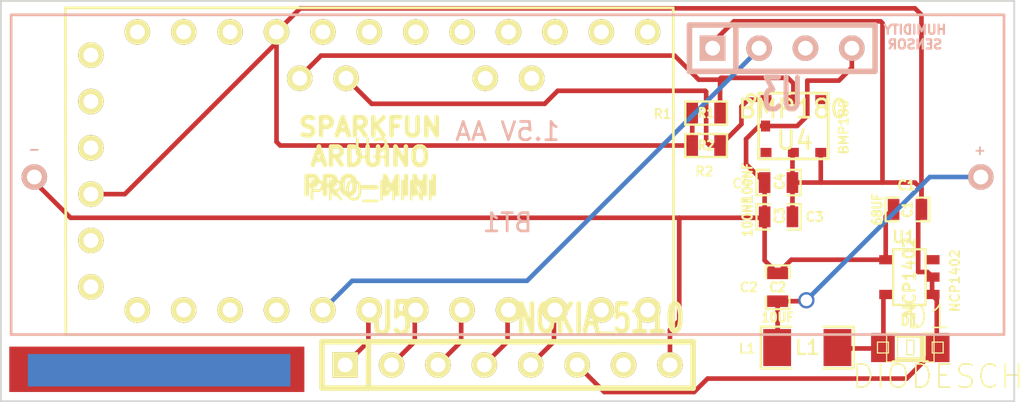
<source format=kicad_pcb>
(kicad_pcb (version 3) (host pcbnew "(2013-jul-07)-stable")

  (general
    (links 35)
    (no_connects 0)
    (area 191.669199 133.299999 248.957394 155.345601)
    (thickness 1.6)
    (drawings 24)
    (tracks 135)
    (zones 0)
    (modules 14)
    (nets 13)
  )

  (page A3)
  (layers
    (15 F.Cu signal)
    (0 B.Cu signal)
    (18 B.Paste user)
    (19 F.Paste user)
    (20 B.SilkS user)
    (21 F.SilkS user)
    (22 B.Mask user)
    (23 F.Mask user)
    (28 Edge.Cuts user)
  )

  (setup
    (last_trace_width 0.254)
    (trace_clearance 0.254)
    (zone_clearance 0.1)
    (zone_45_only no)
    (trace_min 0.254)
    (segment_width 0.2)
    (edge_width 0.1)
    (via_size 0.889)
    (via_drill 0.635)
    (via_min_size 0.889)
    (via_min_drill 0.508)
    (uvia_size 0.508)
    (uvia_drill 0.127)
    (uvias_allowed no)
    (uvia_min_size 0.508)
    (uvia_min_drill 0.127)
    (pcb_text_width 0.3)
    (pcb_text_size 1.5 1.5)
    (mod_edge_width 0.15)
    (mod_text_size 1 1)
    (mod_text_width 0.15)
    (pad_size 0.6 0.5)
    (pad_drill 0)
    (pad_to_mask_clearance 0)
    (aux_axis_origin 0 0)
    (visible_elements FFFE7FCF)
    (pcbplotparams
      (layerselection 284983297)
      (usegerberextensions true)
      (excludeedgelayer true)
      (linewidth 0.150000)
      (plotframeref false)
      (viasonmask false)
      (mode 1)
      (useauxorigin false)
      (hpglpennumber 1)
      (hpglpenspeed 20)
      (hpglpendiameter 15)
      (hpglpenoverlay 2)
      (psnegative false)
      (psa4output false)
      (plotreference false)
      (plotvalue false)
      (plotothertext false)
      (plotinvisibletext false)
      (padsonsilk false)
      (subtractmaskfromsilk false)
      (outputformat 1)
      (mirror false)
      (drillshape 0)
      (scaleselection 1)
      (outputdirectory "/home/rick/Documents/pro mini weather v1.0/gerber/"))
  )

  (net 0 "")
  (net 1 GND)
  (net 2 N-000001)
  (net 3 N-0000011)
  (net 4 N-0000016)
  (net 5 N-0000017)
  (net 6 N-0000018)
  (net 7 N-0000019)
  (net 8 N-0000020)
  (net 9 N-0000021)
  (net 10 N-0000022)
  (net 11 N-000003)
  (net 12 N-0000033)

  (net_class Default "This is the default net class."
    (clearance 0.254)
    (trace_width 0.254)
    (via_dia 0.889)
    (via_drill 0.635)
    (uvia_dia 0.508)
    (uvia_drill 0.127)
    (add_net "")
    (add_net GND)
    (add_net N-000001)
    (add_net N-0000011)
    (add_net N-0000016)
    (add_net N-0000017)
    (add_net N-0000018)
    (add_net N-0000019)
    (add_net N-0000020)
    (add_net N-0000021)
    (add_net N-0000022)
    (add_net N-000003)
    (add_net N-0000033)
  )

  (module Pro_Mini (layer F.Cu) (tedit 539B17EA) (tstamp 53964852)
    (at 211.9884 142.6972)
    (path /5393601D)
    (fp_text reference U2 (at 0 -1.2446) (layer F.SilkS)
      (effects (font (size 1 1) (thickness 0.15)))
    )
    (fp_text value PRO_MINI (at 0 1.0668) (layer F.SilkS)
      (effects (font (size 1 1) (thickness 0.15)))
    )
    (fp_line (start -16.7386 -8.9662) (end -16.7132 8.9408) (layer F.SilkS) (width 0.15))
    (fp_line (start 16.5608 8.9408) (end 16.5354 -8.9662) (layer F.SilkS) (width 0.15))
    (fp_line (start -16.7132 8.9408) (end 16.5608 8.9408) (layer F.SilkS) (width 0.15))
    (fp_line (start -16.7386 -8.9662) (end 16.5354 -8.9662) (layer F.SilkS) (width 0.15))
    (pad 9 thru_hole circle (at 15.1384 7.5946) (size 1.397 1.397) (drill 0.8128)
      (layers *.Cu *.Mask F.SilkS)
    )
    (pad 8 thru_hole circle (at 12.5984 7.5946) (size 1.397 1.397) (drill 0.8128)
      (layers *.Cu *.Mask F.SilkS)
    )
    (pad 7 thru_hole circle (at 10.0584 7.5946) (size 1.397 1.397) (drill 0.8128)
      (layers *.Cu *.Mask F.SilkS)
      (net 10 N-0000022)
    )
    (pad 6 thru_hole circle (at 7.5184 7.5946) (size 1.397 1.397) (drill 0.8128)
      (layers *.Cu *.Mask F.SilkS)
      (net 9 N-0000021)
    )
    (pad 5 thru_hole circle (at 4.9784 7.5946) (size 1.397 1.397) (drill 0.8128)
      (layers *.Cu *.Mask F.SilkS)
      (net 8 N-0000020)
    )
    (pad 4 thru_hole circle (at 2.4384 7.5946) (size 1.397 1.397) (drill 0.8128)
      (layers *.Cu *.Mask F.SilkS)
      (net 7 N-0000019)
    )
    (pad 3 thru_hole circle (at -0.1016 7.5946) (size 1.397 1.397) (drill 0.8128)
      (layers *.Cu *.Mask F.SilkS)
      (net 6 N-0000018)
    )
    (pad 2 thru_hole circle (at -2.6416 7.5946) (size 1.397 1.397) (drill 0.8128)
      (layers *.Cu *.Mask F.SilkS)
      (net 11 N-000003)
    )
    (pad GND thru_hole circle (at -5.1816 7.5946) (size 1.397 1.397) (drill 0.8128)
      (layers *.Cu *.Mask F.SilkS)
    )
    (pad RST thru_hole circle (at -7.7216 7.5946) (size 1.397 1.397) (drill 0.8128)
      (layers *.Cu *.Mask F.SilkS)
    )
    (pad RX1 thru_hole circle (at -10.2616 7.5946) (size 1.397 1.397) (drill 0.8128)
      (layers *.Cu *.Mask F.SilkS)
    )
    (pad TX0 thru_hole circle (at -12.8016 7.5946) (size 1.397 1.397) (drill 0.8128)
      (layers *.Cu *.Mask F.SilkS)
    )
    (pad 10 thru_hole circle (at 15.1384 -7.6454) (size 1.397 1.397) (drill 0.8128)
      (layers *.Cu *.Mask F.SilkS)
    )
    (pad 11 thru_hole circle (at 12.5984 -7.6454) (size 1.397 1.397) (drill 0.8128)
      (layers *.Cu *.Mask F.SilkS)
    )
    (pad 12 thru_hole circle (at 10.0584 -7.6454) (size 1.397 1.397) (drill 0.8128)
      (layers *.Cu *.Mask F.SilkS)
    )
    (pad 13 thru_hole circle (at 7.5184 -7.6454) (size 1.397 1.397) (drill 0.8128)
      (layers *.Cu *.Mask F.SilkS)
    )
    (pad A0 thru_hole circle (at 4.9784 -7.6454) (size 1.397 1.397) (drill 0.8128)
      (layers *.Cu *.Mask F.SilkS)
    )
    (pad A1 thru_hole circle (at 2.4384 -7.6454) (size 1.397 1.397) (drill 0.8128)
      (layers *.Cu *.Mask F.SilkS)
    )
    (pad A2 thru_hole circle (at -0.1016 -7.6454) (size 1.397 1.397) (drill 0.8128)
      (layers *.Cu *.Mask F.SilkS)
    )
    (pad A3 thru_hole circle (at -2.6416 -7.6454) (size 1.397 1.397) (drill 0.8128)
      (layers *.Cu *.Mask F.SilkS)
    )
    (pad VCC thru_hole circle (at -5.1816 -7.6454) (size 1.397 1.397) (drill 0.8128)
      (layers *.Cu *.Mask F.SilkS)
      (net 12 N-0000033)
    )
    (pad RST thru_hole circle (at -7.7216 -7.6454) (size 1.397 1.397) (drill 0.8128)
      (layers *.Cu *.Mask F.SilkS)
    )
    (pad GND thru_hole circle (at -10.2616 -7.6454) (size 1.397 1.397) (drill 0.8128)
      (layers *.Cu *.Mask F.SilkS)
    )
    (pad RAW thru_hole circle (at -12.8016 -7.6454) (size 1.397 1.397) (drill 0.8128)
      (layers *.Cu *.Mask F.SilkS)
    )
    (pad GRN thru_hole circle (at -15.3416 -6.3754) (size 1.397 1.397) (drill 0.8128)
      (layers *.Cu *.Mask F.SilkS)
    )
    (pad TX0 thru_hole circle (at -15.3416 -3.8354) (size 1.397 1.397) (drill 0.8128)
      (layers *.Cu *.Mask F.SilkS)
    )
    (pad RX1 thru_hole circle (at -15.3416 -1.2954) (size 1.397 1.397) (drill 0.8128)
      (layers *.Cu *.Mask F.SilkS)
    )
    (pad VCC thru_hole circle (at -15.3416 1.2446) (size 1.397 1.397) (drill 0.8128)
      (layers *.Cu *.Mask F.SilkS)
      (net 12 N-0000033)
    )
    (pad GND thru_hole circle (at -15.3416 3.7846) (size 1.397 1.397) (drill 0.8128)
      (layers *.Cu *.Mask F.SilkS)
    )
    (pad BLK thru_hole circle (at -15.3416 6.3246) (size 1.397 1.397) (drill 0.8128)
      (layers *.Cu *.Mask F.SilkS)
    )
    (pad A5 thru_hole circle (at -3.9116 -5.1054) (size 1.397 1.397) (drill 0.8128)
      (layers *.Cu *.Mask F.SilkS)
      (net 2 N-000001)
    )
    (pad A4 thru_hole circle (at -1.3716 -5.1054) (size 1.397 1.397) (drill 0.8128)
      (layers *.Cu *.Mask F.SilkS)
      (net 3 N-0000011)
    )
    (pad A7 thru_hole circle (at 6.2484 -5.1054) (size 1.397 1.397) (drill 0.8128)
      (layers *.Cu *.Mask F.SilkS)
    )
    (pad A6 thru_hole circle (at 8.7884 -5.1054) (size 1.397 1.397) (drill 0.8128)
      (layers *.Cu *.Mask F.SilkS)
    )
  )

  (module 1.5V_AA (layer B.Cu) (tedit 539B1643) (tstamp 539AFD2B)
    (at 219.456 143.002)
    (path /53937EC6)
    (fp_text reference BT1 (at 0 2.5) (layer B.SilkS)
      (effects (font (size 1 1) (thickness 0.15)) (justify mirror))
    )
    (fp_text value "1.5V AA" (at 0 -2.5) (layer B.SilkS)
      (effects (font (size 1 1) (thickness 0.15)) (justify mirror))
    )
    (fp_line (start 27.178 -8.89) (end -27.178 -8.89) (layer B.SilkS) (width 0.15))
    (fp_line (start -27.178 -8.89) (end -27.178 8.636) (layer B.SilkS) (width 0.15))
    (fp_line (start -27.178 8.636) (end 27.178 8.636) (layer B.SilkS) (width 0.15))
    (fp_line (start 27.178 8.636) (end 27.178 -8.89) (layer B.SilkS) (width 0.15))
    (pad 1 thru_hole circle (at 25.908 0) (size 1.397 1.397) (drill 0.8128)
      (layers *.Cu *.Mask B.SilkS)
      (net 4 N-0000016)
    )
    (pad 2 thru_hole circle (at -25.908 0) (size 1.397 1.397) (drill 0.8128)
      (layers *.Cu *.Mask B.SilkS)
      (net 1 GND)
    )
  )

  (module SOT23-5 (layer F.Cu) (tedit 4ECF78EF) (tstamp 539647B8)
    (at 241.4524 148.4884 90)
    (path /5393718A)
    (attr smd)
    (fp_text reference U1 (at 2.19964 -0.29972 180) (layer F.SilkS)
      (effects (font (size 0.635 0.635) (thickness 0.127)))
    )
    (fp_text value NCP1402 (at 0 0 90) (layer F.SilkS)
      (effects (font (size 0.635 0.635) (thickness 0.127)))
    )
    (fp_line (start 1.524 -0.889) (end 1.524 0.889) (layer F.SilkS) (width 0.127))
    (fp_line (start 1.524 0.889) (end -1.524 0.889) (layer F.SilkS) (width 0.127))
    (fp_line (start -1.524 0.889) (end -1.524 -0.889) (layer F.SilkS) (width 0.127))
    (fp_line (start -1.524 -0.889) (end 1.524 -0.889) (layer F.SilkS) (width 0.127))
    (pad 1 smd rect (at -0.9525 1.27 90) (size 0.508 0.762)
      (layers F.Cu F.Paste F.Mask)
      (net 12 N-0000033)
    )
    (pad 3 smd rect (at 0.9525 1.27 90) (size 0.508 0.762)
      (layers F.Cu F.Paste F.Mask)
    )
    (pad 5 smd rect (at -0.9525 -1.27 90) (size 0.508 0.762)
      (layers F.Cu F.Paste F.Mask)
      (net 5 N-0000017)
    )
    (pad 2 smd rect (at 0 1.27 90) (size 0.508 0.762)
      (layers F.Cu F.Paste F.Mask)
      (net 12 N-0000033)
    )
    (pad 4 smd rect (at 0.9525 -1.27 90) (size 0.508 0.762)
      (layers F.Cu F.Paste F.Mask)
      (net 1 GND)
    )
    (model smd/SOT23_5.wrl
      (at (xyz 0 0 0))
      (scale (xyz 0.1 0.1 0.1))
      (rotate (xyz 0 0 0))
    )
  )

  (module SM1206 (layer F.Cu) (tedit 42806E24) (tstamp 539647C4)
    (at 235.8644 152.3492)
    (path /539374E4)
    (attr smd)
    (fp_text reference L1 (at 0 0) (layer F.SilkS)
      (effects (font (size 0.762 0.762) (thickness 0.127)))
    )
    (fp_text value 47UH (at 0 0) (layer F.SilkS) hide
      (effects (font (size 0.762 0.762) (thickness 0.127)))
    )
    (fp_line (start -2.54 -1.143) (end -2.54 1.143) (layer F.SilkS) (width 0.127))
    (fp_line (start -2.54 1.143) (end -0.889 1.143) (layer F.SilkS) (width 0.127))
    (fp_line (start 0.889 -1.143) (end 2.54 -1.143) (layer F.SilkS) (width 0.127))
    (fp_line (start 2.54 -1.143) (end 2.54 1.143) (layer F.SilkS) (width 0.127))
    (fp_line (start 2.54 1.143) (end 0.889 1.143) (layer F.SilkS) (width 0.127))
    (fp_line (start -0.889 -1.143) (end -2.54 -1.143) (layer F.SilkS) (width 0.127))
    (pad 1 smd rect (at -1.651 0) (size 1.524 2.032)
      (layers F.Cu F.Paste F.Mask)
      (net 4 N-0000016)
    )
    (pad 2 smd rect (at 1.651 0) (size 1.524 2.032)
      (layers F.Cu F.Paste F.Mask)
      (net 5 N-0000017)
    )
    (model smd/chip_cms.wrl
      (at (xyz 0 0 0))
      (scale (xyz 0.17 0.16 0.16))
      (rotate (xyz 0 0 0))
    )
  )

  (module SM0603_Resistor (layer F.Cu) (tedit 5051B21B) (tstamp 539647D0)
    (at 234.2896 145.1864)
    (path /539378C0)
    (attr smd)
    (fp_text reference C3 (at 0.0635 -0.0635 90) (layer F.SilkS)
      (effects (font (size 0.50038 0.4572) (thickness 0.1143)))
    )
    (fp_text value 100NF (at -1.69926 0 90) (layer F.SilkS)
      (effects (font (size 0.508 0.4572) (thickness 0.1143)))
    )
    (fp_line (start -0.50038 -0.6985) (end -1.2065 -0.6985) (layer F.SilkS) (width 0.127))
    (fp_line (start -1.2065 -0.6985) (end -1.2065 0.6985) (layer F.SilkS) (width 0.127))
    (fp_line (start -1.2065 0.6985) (end -0.50038 0.6985) (layer F.SilkS) (width 0.127))
    (fp_line (start 1.2065 -0.6985) (end 0.50038 -0.6985) (layer F.SilkS) (width 0.127))
    (fp_line (start 1.2065 -0.6985) (end 1.2065 0.6985) (layer F.SilkS) (width 0.127))
    (fp_line (start 1.2065 0.6985) (end 0.50038 0.6985) (layer F.SilkS) (width 0.127))
    (pad 1 smd rect (at -0.762 0) (size 0.635 1.143)
      (layers F.Cu F.Paste F.Mask)
      (net 1 GND)
    )
    (pad 2 smd rect (at 0.762 0) (size 0.635 1.143)
      (layers F.Cu F.Paste F.Mask)
      (net 12 N-0000033)
    )
    (model smd\resistors\R0603.wrl
      (at (xyz 0 0 0.001))
      (scale (xyz 0.5 0.5 0.5))
      (rotate (xyz 0 0 0))
    )
  )

  (module SM0603_Resistor (layer F.Cu) (tedit 5051B21B) (tstamp 539647DC)
    (at 234.2896 143.3068)
    (path /539378CF)
    (attr smd)
    (fp_text reference C4 (at 0.0635 -0.0635 90) (layer F.SilkS)
      (effects (font (size 0.50038 0.4572) (thickness 0.1143)))
    )
    (fp_text value 100NF (at -1.69926 0 90) (layer F.SilkS)
      (effects (font (size 0.508 0.4572) (thickness 0.1143)))
    )
    (fp_line (start -0.50038 -0.6985) (end -1.2065 -0.6985) (layer F.SilkS) (width 0.127))
    (fp_line (start -1.2065 -0.6985) (end -1.2065 0.6985) (layer F.SilkS) (width 0.127))
    (fp_line (start -1.2065 0.6985) (end -0.50038 0.6985) (layer F.SilkS) (width 0.127))
    (fp_line (start 1.2065 -0.6985) (end 0.50038 -0.6985) (layer F.SilkS) (width 0.127))
    (fp_line (start 1.2065 -0.6985) (end 1.2065 0.6985) (layer F.SilkS) (width 0.127))
    (fp_line (start 1.2065 0.6985) (end 0.50038 0.6985) (layer F.SilkS) (width 0.127))
    (pad 1 smd rect (at -0.762 0) (size 0.635 1.143)
      (layers F.Cu F.Paste F.Mask)
      (net 1 GND)
    )
    (pad 2 smd rect (at 0.762 0) (size 0.635 1.143)
      (layers F.Cu F.Paste F.Mask)
      (net 12 N-0000033)
    )
    (model smd\resistors\R0603.wrl
      (at (xyz 0 0 0.001))
      (scale (xyz 0.5 0.5 0.5))
      (rotate (xyz 0 0 0))
    )
  )

  (module SM0603_Capa (layer F.Cu) (tedit 5051B1EC) (tstamp 539647E8)
    (at 234.2388 149.0472 90)
    (path /539374D5)
    (attr smd)
    (fp_text reference C2 (at 0 0 180) (layer F.SilkS)
      (effects (font (size 0.508 0.4572) (thickness 0.1143)))
    )
    (fp_text value 10UF (at -1.651 0 180) (layer F.SilkS)
      (effects (font (size 0.508 0.4572) (thickness 0.1143)))
    )
    (fp_line (start 0.50038 0.65024) (end 1.19888 0.65024) (layer F.SilkS) (width 0.11938))
    (fp_line (start -0.50038 0.65024) (end -1.19888 0.65024) (layer F.SilkS) (width 0.11938))
    (fp_line (start 0.50038 -0.65024) (end 1.19888 -0.65024) (layer F.SilkS) (width 0.11938))
    (fp_line (start -1.19888 -0.65024) (end -0.50038 -0.65024) (layer F.SilkS) (width 0.11938))
    (fp_line (start 1.19888 -0.635) (end 1.19888 0.635) (layer F.SilkS) (width 0.11938))
    (fp_line (start -1.19888 0.635) (end -1.19888 -0.635) (layer F.SilkS) (width 0.11938))
    (pad 1 smd rect (at -0.762 0 90) (size 0.635 1.143)
      (layers F.Cu F.Paste F.Mask)
      (net 4 N-0000016)
    )
    (pad 2 smd rect (at 0.762 0 90) (size 0.635 1.143)
      (layers F.Cu F.Paste F.Mask)
      (net 1 GND)
    )
    (model smd\capacitors\C0603.wrl
      (at (xyz 0 0 0.001))
      (scale (xyz 0.5 0.5 0.5))
      (rotate (xyz 0 0 0))
    )
  )

  (module SM0603_Capa (layer F.Cu) (tedit 5051B1EC) (tstamp 539647F4)
    (at 241.3508 144.78)
    (path /5393760F)
    (attr smd)
    (fp_text reference C1 (at 0 0 90) (layer F.SilkS)
      (effects (font (size 0.508 0.4572) (thickness 0.1143)))
    )
    (fp_text value 68UF (at -1.651 0 90) (layer F.SilkS)
      (effects (font (size 0.508 0.4572) (thickness 0.1143)))
    )
    (fp_line (start 0.50038 0.65024) (end 1.19888 0.65024) (layer F.SilkS) (width 0.11938))
    (fp_line (start -0.50038 0.65024) (end -1.19888 0.65024) (layer F.SilkS) (width 0.11938))
    (fp_line (start 0.50038 -0.65024) (end 1.19888 -0.65024) (layer F.SilkS) (width 0.11938))
    (fp_line (start -1.19888 -0.65024) (end -0.50038 -0.65024) (layer F.SilkS) (width 0.11938))
    (fp_line (start 1.19888 -0.635) (end 1.19888 0.635) (layer F.SilkS) (width 0.11938))
    (fp_line (start -1.19888 0.635) (end -1.19888 -0.635) (layer F.SilkS) (width 0.11938))
    (pad 1 smd rect (at -0.762 0) (size 0.635 1.143)
      (layers F.Cu F.Paste F.Mask)
      (net 1 GND)
    )
    (pad 2 smd rect (at 0.762 0) (size 0.635 1.143)
      (layers F.Cu F.Paste F.Mask)
      (net 12 N-0000033)
    )
    (model smd\capacitors\C0603.wrl
      (at (xyz 0 0 0.001))
      (scale (xyz 0.5 0.5 0.5))
      (rotate (xyz 0 0 0))
    )
  )

  (module SM0603 (layer F.Cu) (tedit 4E43A3D1) (tstamp 53D02EFD)
    (at 230.3272 139.4968)
    (path /53937B2A)
    (attr smd)
    (fp_text reference R1 (at 0 0) (layer F.SilkS)
      (effects (font (size 0.508 0.4572) (thickness 0.1143)))
    )
    (fp_text value 4.7K (at 0 0) (layer F.SilkS) hide
      (effects (font (size 0.508 0.4572) (thickness 0.1143)))
    )
    (fp_line (start -1.143 -0.635) (end 1.143 -0.635) (layer F.SilkS) (width 0.127))
    (fp_line (start 1.143 -0.635) (end 1.143 0.635) (layer F.SilkS) (width 0.127))
    (fp_line (start 1.143 0.635) (end -1.143 0.635) (layer F.SilkS) (width 0.127))
    (fp_line (start -1.143 0.635) (end -1.143 -0.635) (layer F.SilkS) (width 0.127))
    (pad 1 smd rect (at -0.762 0) (size 0.635 1.143)
      (layers F.Cu F.Paste F.Mask)
      (net 12 N-0000033)
    )
    (pad 2 smd rect (at 0.762 0) (size 0.635 1.143)
      (layers F.Cu F.Paste F.Mask)
      (net 2 N-000001)
    )
    (model smd\resistors\R0603.wrl
      (at (xyz 0 0 0.001))
      (scale (xyz 0.5 0.5 0.5))
      (rotate (xyz 0 0 0))
    )
  )

  (module SM0603 (layer F.Cu) (tedit 4E43A3D1) (tstamp 53D02EF2)
    (at 230.3272 141.2748)
    (path /53937B39)
    (attr smd)
    (fp_text reference R2 (at 0 0) (layer F.SilkS)
      (effects (font (size 0.508 0.4572) (thickness 0.1143)))
    )
    (fp_text value 4.7K (at 0 0) (layer F.SilkS) hide
      (effects (font (size 0.508 0.4572) (thickness 0.1143)))
    )
    (fp_line (start -1.143 -0.635) (end 1.143 -0.635) (layer F.SilkS) (width 0.127))
    (fp_line (start 1.143 -0.635) (end 1.143 0.635) (layer F.SilkS) (width 0.127))
    (fp_line (start 1.143 0.635) (end -1.143 0.635) (layer F.SilkS) (width 0.127))
    (fp_line (start -1.143 0.635) (end -1.143 -0.635) (layer F.SilkS) (width 0.127))
    (pad 1 smd rect (at -0.762 0) (size 0.635 1.143)
      (layers F.Cu F.Paste F.Mask)
      (net 12 N-0000033)
    )
    (pad 2 smd rect (at 0.762 0) (size 0.635 1.143)
      (layers F.Cu F.Paste F.Mask)
      (net 3 N-0000011)
    )
    (model smd\resistors\R0603.wrl
      (at (xyz 0 0 0.001))
      (scale (xyz 0.5 0.5 0.5))
      (rotate (xyz 0 0 0))
    )
  )

  (module SIL-8 (layer F.Cu) (tedit 200000) (tstamp 53964819)
    (at 219.456 153.3017)
    (descr "Connecteur 8 pins")
    (tags "CONN DEV")
    (path /53937349)
    (fp_text reference U5 (at -6.35 -2.54) (layer F.SilkS)
      (effects (font (size 1.72974 1.08712) (thickness 0.3048)))
    )
    (fp_text value NOKIA_5110 (at 5.08 -2.54) (layer F.SilkS)
      (effects (font (size 1.524 1.016) (thickness 0.3048)))
    )
    (fp_line (start -10.16 -1.27) (end 10.16 -1.27) (layer F.SilkS) (width 0.3048))
    (fp_line (start 10.16 -1.27) (end 10.16 1.27) (layer F.SilkS) (width 0.3048))
    (fp_line (start 10.16 1.27) (end -10.16 1.27) (layer F.SilkS) (width 0.3048))
    (fp_line (start -10.16 1.27) (end -10.16 -1.27) (layer F.SilkS) (width 0.3048))
    (fp_line (start -7.62 1.27) (end -7.62 -1.27) (layer F.SilkS) (width 0.3048))
    (pad 1 thru_hole rect (at -8.89 0) (size 1.397 1.397) (drill 0.8128)
      (layers *.Cu *.Mask F.SilkS)
      (net 6 N-0000018)
    )
    (pad 2 thru_hole circle (at -6.35 0) (size 1.397 1.397) (drill 0.8128)
      (layers *.Cu *.Mask F.SilkS)
      (net 7 N-0000019)
    )
    (pad 3 thru_hole circle (at -3.81 0) (size 1.397 1.397) (drill 0.8128)
      (layers *.Cu *.Mask F.SilkS)
      (net 8 N-0000020)
    )
    (pad 4 thru_hole circle (at -1.27 0) (size 1.397 1.397) (drill 0.8128)
      (layers *.Cu *.Mask F.SilkS)
      (net 9 N-0000021)
    )
    (pad 5 thru_hole circle (at 1.27 0) (size 1.397 1.397) (drill 0.8128)
      (layers *.Cu *.Mask F.SilkS)
      (net 10 N-0000022)
    )
    (pad 6 thru_hole circle (at 3.81 0) (size 1.397 1.397) (drill 0.8128)
      (layers *.Cu *.Mask F.SilkS)
      (net 12 N-0000033)
    )
    (pad 7 thru_hole circle (at 6.35 0) (size 1.397 1.397) (drill 0.8128)
      (layers *.Cu *.Mask F.SilkS)
    )
    (pad 8 thru_hole circle (at 8.89 0) (size 1.397 1.397) (drill 0.8128)
      (layers *.Cu *.Mask F.SilkS)
      (net 1 GND)
    )
  )

  (module SIL-4 (layer B.Cu) (tedit 200000) (tstamp 53964828)
    (at 234.4928 135.9408)
    (descr "Connecteur 4 pibs")
    (tags "CONN DEV")
    (path /5393725F)
    (fp_text reference U3 (at 0 2.54) (layer B.SilkS)
      (effects (font (size 1.73482 1.08712) (thickness 0.3048)) (justify mirror))
    )
    (fp_text value DHT22 (at 0 2.54) (layer B.SilkS) hide
      (effects (font (size 1.524 1.016) (thickness 0.3048)) (justify mirror))
    )
    (fp_line (start -5.08 1.27) (end -5.08 1.27) (layer B.SilkS) (width 0.3048))
    (fp_line (start -5.08 -1.27) (end -5.08 1.27) (layer B.SilkS) (width 0.3048))
    (fp_line (start -5.08 1.27) (end -5.08 1.27) (layer B.SilkS) (width 0.3048))
    (fp_line (start -5.08 1.27) (end 5.08 1.27) (layer B.SilkS) (width 0.3048))
    (fp_line (start 5.08 1.27) (end 5.08 -1.27) (layer B.SilkS) (width 0.3048))
    (fp_line (start 5.08 -1.27) (end -5.08 -1.27) (layer B.SilkS) (width 0.3048))
    (fp_line (start -2.54 -1.27) (end -2.54 1.27) (layer B.SilkS) (width 0.3048))
    (pad 1 thru_hole rect (at -3.81 0) (size 1.397 1.397) (drill 0.8128)
      (layers *.Cu *.Mask B.SilkS)
      (net 12 N-0000033)
    )
    (pad 2 thru_hole circle (at -1.27 0) (size 1.397 1.397) (drill 0.8128)
      (layers *.Cu *.Mask B.SilkS)
      (net 11 N-000003)
    )
    (pad 3 thru_hole circle (at 1.27 0) (size 1.397 1.397) (drill 0.8128)
      (layers *.Cu *.Mask B.SilkS)
    )
    (pad 4 thru_hole circle (at 3.81 0) (size 1.397 1.397) (drill 0.8128)
      (layers *.Cu *.Mask B.SilkS)
      (net 1 GND)
    )
  )

  (module m-pad-2.1-SOD-123 (layer F.Cu) (tedit 200000) (tstamp 53964875)
    (at 241.5032 152.3492)
    (descr "SOD-123 PACKAGE")
    (tags "SOD-123 PACKAGE")
    (path /5393758C)
    (attr smd)
    (fp_text reference D1 (at 0.9779 -1.68402) (layer F.SilkS)
      (effects (font (size 1.27 1.27) (thickness 0.0889)))
    )
    (fp_text value DIODESCH (at 1.5113 1.58496) (layer F.SilkS)
      (effects (font (size 1.27 1.27) (thickness 0.0889)))
    )
    (fp_line (start -0.19812 0.39878) (end 0.19812 0.39878) (layer F.SilkS) (width 0.06604))
    (fp_line (start 0.19812 0.39878) (end 0.19812 -0.39878) (layer F.SilkS) (width 0.06604))
    (fp_line (start -0.19812 -0.39878) (end 0.19812 -0.39878) (layer F.SilkS) (width 0.06604))
    (fp_line (start -0.19812 0.39878) (end -0.19812 -0.39878) (layer F.SilkS) (width 0.06604))
    (fp_line (start 1.19888 0.29972) (end 1.79832 0.29972) (layer F.SilkS) (width 0.06604))
    (fp_line (start 1.79832 0.29972) (end 1.79832 -0.29972) (layer F.SilkS) (width 0.06604))
    (fp_line (start 1.19888 -0.29972) (end 1.79832 -0.29972) (layer F.SilkS) (width 0.06604))
    (fp_line (start 1.19888 0.29972) (end 1.19888 -0.29972) (layer F.SilkS) (width 0.06604))
    (fp_line (start -1.79832 0.29972) (end -1.19888 0.29972) (layer F.SilkS) (width 0.06604))
    (fp_line (start -1.19888 0.29972) (end -1.19888 -0.29972) (layer F.SilkS) (width 0.06604))
    (fp_line (start -1.79832 -0.29972) (end -1.19888 -0.29972) (layer F.SilkS) (width 0.06604))
    (fp_line (start -1.79832 0.29972) (end -1.79832 -0.29972) (layer F.SilkS) (width 0.06604))
    (fp_line (start -1.29794 0.79756) (end -0.6985 0.79756) (layer F.SilkS) (width 0.06604))
    (fp_line (start -0.6985 0.79756) (end -0.6985 -0.79756) (layer F.SilkS) (width 0.06604))
    (fp_line (start -1.29794 -0.79756) (end -0.6985 -0.79756) (layer F.SilkS) (width 0.06604))
    (fp_line (start -1.29794 0.79756) (end -1.29794 -0.79756) (layer F.SilkS) (width 0.06604))
    (fp_line (start 0.6985 0.79756) (end 1.29794 0.79756) (layer F.SilkS) (width 0.06604))
    (fp_line (start 1.29794 0.79756) (end 1.29794 -0.79756) (layer F.SilkS) (width 0.06604))
    (fp_line (start 0.6985 -0.79756) (end 1.29794 -0.79756) (layer F.SilkS) (width 0.06604))
    (fp_line (start 0.6985 0.79756) (end 0.6985 -0.79756) (layer F.SilkS) (width 0.06604))
    (fp_line (start 0.55372 0.6985) (end 0.75184 0.6985) (layer F.SilkS) (width 0.06604))
    (fp_line (start 0.75184 0.6985) (end 0.75184 -0.6985) (layer F.SilkS) (width 0.06604))
    (fp_line (start 0.55372 -0.6985) (end 0.75184 -0.6985) (layer F.SilkS) (width 0.06604))
    (fp_line (start 0.55372 0.6985) (end 0.55372 -0.6985) (layer F.SilkS) (width 0.06604))
    (fp_line (start -0.9652 -0.74422) (end 0.9652 -0.74422) (layer F.SilkS) (width 0.1016))
    (fp_line (start -0.9652 0.74422) (end 0.9652 0.74422) (layer F.SilkS) (width 0.1016))
    (fp_line (start -0.7112 -0.6604) (end 0.7112 -0.6604) (layer F.SilkS) (width 0.254))
    (fp_line (start -0.7112 0.6604) (end 0.7112 0.6604) (layer F.SilkS) (width 0.254))
    (fp_line (start 0.7112 -0.6604) (end 0.7112 0.6604) (layer F.SilkS) (width 0.254))
    (pad 1 smd rect (at -1.4986 0) (size 1.29794 1.59766)
      (layers F.Cu F.Paste F.Mask)
      (net 5 N-0000017)
    )
    (pad 2 smd rect (at 1.4986 0) (size 1.29794 1.59766)
      (layers F.Cu F.Paste F.Mask)
      (net 12 N-0000033)
    )
  )

  (module BMP180 (layer F.Cu) (tedit 53D02BB4) (tstamp 53D02D1D)
    (at 235.1024 140.208 180)
    (path /5393712F)
    (fp_text reference U4 (at -0.0762 -0.7874 180) (layer F.SilkS)
      (effects (font (size 1 1) (thickness 0.15)))
    )
    (fp_text value BMP180 (at 0.0254 0.9398 180) (layer F.SilkS)
      (effects (font (size 1 1) (thickness 0.15)))
    )
    (fp_circle (center 2.3114 1.524) (end 2.1336 1.397) (layer F.SilkS) (width 0.15))
    (fp_line (start 1.905 -1.8034) (end -1.905 -1.8034) (layer F.SilkS) (width 0.15))
    (fp_line (start 1.905 1.8034) (end 1.905 -1.8034) (layer F.SilkS) (width 0.15))
    (fp_line (start -1.905 1.8034) (end 1.905 1.8034) (layer F.SilkS) (width 0.15))
    (fp_line (start -1.905 -1.8034) (end -1.905 1.8034) (layer F.SilkS) (width 0.15))
    (pad 1 smd rect (at 1.4986 -1.4478 180) (size 0.6 0.5)
      (layers F.Cu F.Paste F.Mask)
    )
    (pad 2 smd rect (at 0 -1.4478 180) (size 0.6 0.5)
      (layers F.Cu F.Paste F.Mask)
      (net 12 N-0000033)
    )
    (pad 3 smd rect (at -1.4986 -1.4478 180) (size 0.6 0.5)
      (layers F.Cu F.Paste F.Mask)
      (net 12 N-0000033)
    )
    (pad 7 smd rect (at 1.524 0 180) (size 0.5 0.6)
      (layers F.Cu F.Paste F.Mask)
      (net 1 GND)
    )
    (pad 6 smd rect (at 1.4986 1.4478 180) (size 0.6 0.5)
      (layers F.Cu F.Paste F.Mask)
      (net 3 N-0000011)
    )
    (pad 5 smd rect (at 0 1.4478 180) (size 0.6 0.5)
      (layers F.Cu F.Paste F.Mask)
      (net 2 N-000001)
    )
    (pad 4 smd rect (at -1.4986 1.4478 180) (size 0.6 0.5)
      (layers F.Cu F.Paste F.Mask)
    )
  )

  (gr_text + (at 245.3132 141.5288) (layer B.SilkS)
    (effects (font (size 0.5 0.5) (thickness 0.1)) (justify mirror))
  )
  (gr_text - (at 193.548 141.478) (layer B.SilkS)
    (effects (font (size 0.5 0.5) (thickness 0.1)) (justify mirror))
  )
  (gr_line (start 191.7192 133.5024) (end 191.7192 133.35) (angle 90) (layer Edge.Cuts) (width 0.1))
  (gr_line (start 247.1928 133.604) (end 247.1928 133.35) (angle 90) (layer Edge.Cuts) (width 0.1))
  (gr_line (start 231.2416 133.35) (end 191.7192 133.35) (angle 90) (layer Edge.Cuts) (width 0.1))
  (gr_line (start 231.2416 133.35) (end 247.1928 133.35) (angle 90) (layer Edge.Cuts) (width 0.1))
  (gr_text "SPARKFUN\nARDUINO\nPRO-MINI" (at 211.9376 141.8844) (layer F.SilkS)
    (effects (font (size 1 1) (thickness 0.25)))
  )
  (gr_text "Arduino Pressure Temperature\nHumidity Monitor" (at 200.3044 152.9588) (layer F.Mask)
    (effects (font (size 0.7 0.7) (thickness 0.125)))
  )
  (gr_text "R&TPreppers 2014" (at 200.3552 153.5684) (layer B.Mask)
    (effects (font (size 1 1) (thickness 0.155)) (justify mirror))
  )
  (gr_text C4 (at 232.2576 143.3576) (layer F.SilkS)
    (effects (font (size 0.5 0.5) (thickness 0.1)))
  )
  (gr_text C3 (at 236.2708 145.1864) (layer F.SilkS)
    (effects (font (size 0.5 0.5) (thickness 0.1)))
  )
  (gr_text BMP180 (at 237.8456 140.2588 90) (layer F.SilkS)
    (effects (font (size 0.5 0.5) (thickness 0.1)))
  )
  (gr_text R2 (at 230.2256 142.6972) (layer F.SilkS)
    (effects (font (size 0.5 0.5) (thickness 0.1)))
  )
  (gr_text R1 (at 227.9396 139.5476) (layer F.SilkS)
    (effects (font (size 0.5 0.5) (thickness 0.1)))
  )
  (gr_text "HUMIDITY\nSENSOR" (at 241.7572 135.3312) (layer B.SilkS)
    (effects (font (size 0.5 0.5) (thickness 0.125)) (justify mirror))
  )
  (gr_text C1 (at 241.3 143.4592) (layer F.SilkS)
    (effects (font (size 0.5 0.5) (thickness 0.125)))
  )
  (gr_text NCP1402 (at 243.9416 148.6916 90) (layer F.SilkS)
    (effects (font (size 0.5 0.5) (thickness 0.1)))
  )
  (gr_text D1 (at 241.4524 150.876) (layer F.SilkS)
    (effects (font (size 0.5 0.5) (thickness 0.125)))
  )
  (gr_text L1 (at 232.5624 152.4) (layer F.SilkS)
    (effects (font (size 0.5 0.5) (thickness 0.1)))
  )
  (gr_text "C2\n" (at 232.664 149.0472) (layer F.SilkS)
    (effects (font (size 0.5 0.5) (thickness 0.1)))
  )
  (gr_line (start 191.7192 133.5024) (end 191.7192 155.2956) (angle 90) (layer Edge.Cuts) (width 0.1))
  (gr_line (start 247.1928 155.2956) (end 220.5736 155.2956) (angle 90) (layer Edge.Cuts) (width 0.1))
  (gr_line (start 247.1928 133.5024) (end 247.1928 155.2956) (angle 90) (layer Edge.Cuts) (width 0.1))
  (gr_line (start 220.5736 155.2956) (end 191.7192 155.2956) (angle 90) (layer Edge.Cuts) (width 0.1))

  (segment (start 233.5276 145.1864) (end 233.5276 147.574) (width 0.254) (layer F.Cu) (net 1) (status 400000))
  (segment (start 233.5276 147.574) (end 234.2388 148.2852) (width 0.254) (layer F.Cu) (net 1) (tstamp 53D038FB) (status 800000))
  (segment (start 240.1824 147.5359) (end 234.9881 147.5359) (width 0.254) (layer F.Cu) (net 1) (status 400000))
  (segment (start 234.9881 147.5359) (end 234.2388 148.2852) (width 0.254) (layer F.Cu) (net 1) (tstamp 53D038F7) (status 800000))
  (segment (start 228.346 153.3017) (end 228.346 151.384) (width 0.254) (layer F.Cu) (net 1))
  (segment (start 228.854 150.876) (end 228.854 145.2372) (width 0.254) (layer F.Cu) (net 1) (tstamp 53D0385B))
  (segment (start 228.346 151.384) (end 228.854 150.876) (width 0.254) (layer F.Cu) (net 1) (tstamp 53D03854))
  (segment (start 193.548 143.002) (end 193.548 143.256) (width 0.254) (layer F.Cu) (net 1))
  (segment (start 193.548 143.256) (end 195.5292 145.2372) (width 0.254) (layer F.Cu) (net 1) (tstamp 53D0382F))
  (segment (start 195.5292 145.2372) (end 228.854 145.2372) (width 0.254) (layer F.Cu) (net 1) (tstamp 53D0383C))
  (segment (start 233.4768 145.2372) (end 233.5276 145.1864) (width 0.254) (layer F.Cu) (net 1) (tstamp 53D0383E))
  (segment (start 228.854 145.2372) (end 233.4768 145.2372) (width 0.254) (layer F.Cu) (net 1) (tstamp 53D03863))
  (segment (start 238.3028 135.9408) (end 238.3028 137.0076) (width 0.254) (layer F.Cu) (net 1))
  (segment (start 235.3056 140.208) (end 233.5784 140.208) (width 0.254) (layer F.Cu) (net 1) (tstamp 53D035EF))
  (segment (start 235.8644 139.6492) (end 235.3056 140.208) (width 0.254) (layer F.Cu) (net 1) (tstamp 53D035E5))
  (segment (start 235.8644 137.7188) (end 235.8644 139.6492) (width 0.254) (layer F.Cu) (net 1) (tstamp 53D035DE))
  (segment (start 237.5916 137.7188) (end 235.8644 137.7188) (width 0.254) (layer F.Cu) (net 1) (tstamp 53D035DC))
  (segment (start 238.3028 137.0076) (end 237.5916 137.7188) (width 0.254) (layer F.Cu) (net 1) (tstamp 53D035D5))
  (segment (start 233.5784 140.208) (end 233.2228 140.208) (width 0.254) (layer F.Cu) (net 1))
  (segment (start 232.5116 142.2908) (end 233.5276 143.3068) (width 0.254) (layer F.Cu) (net 1) (tstamp 53D030BD))
  (segment (start 232.5116 140.9192) (end 232.5116 142.2908) (width 0.254) (layer F.Cu) (net 1) (tstamp 53D030B8))
  (segment (start 233.2228 140.208) (end 232.5116 140.9192) (width 0.254) (layer F.Cu) (net 1) (tstamp 53D030B2))
  (segment (start 233.5276 145.1864) (end 233.5276 143.3068) (width 0.254) (layer F.Cu) (net 1))
  (segment (start 240.1824 147.5359) (end 240.157 147.574) (width 0.254) (layer F.Cu) (net 1) (status 80000))
  (segment (start 240.538 144.78) (end 240.5888 144.78) (width 0.254) (layer F.Cu) (net 1) (tstamp 539B1189) (status 80000))
  (segment (start 240.5888 144.78) (end 240.538 144.78) (width 0.254) (layer F.Cu) (net 1) (status 80000))
  (segment (start 240.538 144.78) (end 240.157 145.161) (width 0.254) (layer F.Cu) (net 1) (status 80000))
  (segment (start 240.157 145.161) (end 240.157 147.574) (width 0.254) (layer F.Cu) (net 1) (status 80000))
  (segment (start 240.157 147.574) (end 240.1824 147.5359) (width 0.254) (layer F.Cu) (net 1) (tstamp 539B1181) (status 80000))
  (segment (start 208.0768 137.5918) (end 208.0768 137.5156) (width 0.254) (layer F.Cu) (net 2))
  (segment (start 231.2416 137.668) (end 231.2416 137.5664) (width 0.254) (layer F.Cu) (net 2) (tstamp 53D03198))
  (segment (start 229.9208 137.668) (end 231.2416 137.668) (width 0.254) (layer F.Cu) (net 2) (tstamp 53D03195))
  (segment (start 228.6 136.3472) (end 229.9208 137.668) (width 0.254) (layer F.Cu) (net 2) (tstamp 53D03192))
  (segment (start 209.2452 136.3472) (end 228.6 136.3472) (width 0.254) (layer F.Cu) (net 2) (tstamp 53D0318B))
  (segment (start 208.0768 137.5156) (end 209.2452 136.3472) (width 0.254) (layer F.Cu) (net 2) (tstamp 53D03186))
  (segment (start 235.1024 138.7602) (end 235.1024 137.8712) (width 0.254) (layer F.Cu) (net 2))
  (segment (start 231.0892 137.6172) (end 231.0892 139.4968) (width 0.254) (layer F.Cu) (net 2) (tstamp 53D02FE1))
  (segment (start 231.14 137.5664) (end 231.0892 137.6172) (width 0.254) (layer F.Cu) (net 2) (tstamp 53D02FDC))
  (segment (start 234.7976 137.5664) (end 231.2416 137.5664) (width 0.254) (layer F.Cu) (net 2) (tstamp 53D02FD7))
  (segment (start 231.2416 137.5664) (end 231.14 137.5664) (width 0.254) (layer F.Cu) (net 2) (tstamp 53D03199))
  (segment (start 235.1024 137.8712) (end 234.7976 137.5664) (width 0.254) (layer F.Cu) (net 2) (tstamp 53D02FD3))
  (segment (start 231.0892 141.2748) (end 230.5304 141.2748) (width 0.254) (layer F.Cu) (net 3))
  (segment (start 212.0138 138.9888) (end 210.6168 137.5918) (width 0.254) (layer F.Cu) (net 3) (tstamp 53D031B6))
  (segment (start 221.488 138.9888) (end 212.0138 138.9888) (width 0.254) (layer F.Cu) (net 3) (tstamp 53D031B3))
  (segment (start 222.1992 138.2776) (end 221.488 138.9888) (width 0.254) (layer F.Cu) (net 3) (tstamp 53D031AF))
  (segment (start 230.2764 138.2776) (end 222.1992 138.2776) (width 0.254) (layer F.Cu) (net 3) (tstamp 53D031A7))
  (segment (start 230.3272 138.3284) (end 230.2764 138.2776) (width 0.254) (layer F.Cu) (net 3) (tstamp 53D031A4))
  (segment (start 230.3272 141.0716) (end 230.3272 138.3284) (width 0.254) (layer F.Cu) (net 3) (tstamp 53D0319F))
  (segment (start 230.5304 141.2748) (end 230.3272 141.0716) (width 0.254) (layer F.Cu) (net 3) (tstamp 53D0319C))
  (segment (start 233.6038 138.7602) (end 232.6386 138.7602) (width 0.254) (layer F.Cu) (net 3))
  (segment (start 232.2576 140.1064) (end 231.0892 141.2748) (width 0.254) (layer F.Cu) (net 3) (tstamp 53D02FF3))
  (segment (start 232.2576 139.1412) (end 232.2576 140.1064) (width 0.254) (layer F.Cu) (net 3) (tstamp 53D02FEE))
  (segment (start 232.6386 138.7602) (end 232.2576 139.1412) (width 0.254) (layer F.Cu) (net 3) (tstamp 53D02FE9))
  (segment (start 234.2388 149.8092) (end 235.7628 149.8092) (width 0.254) (layer F.Cu) (net 4) (status 400000))
  (segment (start 242.57 143.002) (end 245.364 143.002) (width 0.254) (layer B.Cu) (net 4) (tstamp 53D03911) (status 800000))
  (segment (start 235.8136 149.7584) (end 242.57 143.002) (width 0.254) (layer B.Cu) (net 4) (tstamp 53D03910))
  (via (at 235.8136 149.7584) (size 0.889) (layers F.Cu B.Cu) (net 4))
  (segment (start 235.7628 149.8092) (end 235.8136 149.7584) (width 0.254) (layer F.Cu) (net 4) (tstamp 53D0390B))
  (segment (start 234.2388 149.8092) (end 234.2388 152.3238) (width 0.254) (layer F.Cu) (net 4) (status C00000))
  (segment (start 234.2388 152.3238) (end 234.2134 152.3492) (width 0.254) (layer F.Cu) (net 4) (tstamp 53D03900) (status C00000))
  (segment (start 240.1824 149.4409) (end 240.157 149.479) (width 0.254) (layer F.Cu) (net 5) (status 80000))
  (segment (start 240.157 149.479) (end 240.03 149.606) (width 0.254) (layer F.Cu) (net 5) (status 80000))
  (segment (start 240.03 149.606) (end 240.03 152.4) (width 0.254) (layer F.Cu) (net 5) (status 80000))
  (segment (start 240.03 152.4) (end 240.0046 152.3492) (width 0.254) (layer F.Cu) (net 5) (tstamp 539B117F) (status 80000))
  (segment (start 240.0046 152.3492) (end 240.03 152.4) (width 0.254) (layer F.Cu) (net 5) (status 80000))
  (segment (start 240.03 152.4) (end 237.49 152.4) (width 0.254) (layer F.Cu) (net 5) (status 80000))
  (segment (start 237.49 152.4) (end 237.5154 152.3492) (width 0.254) (layer F.Cu) (net 5) (tstamp 539B117E) (status 80000))
  (segment (start 210.566 153.3017) (end 210.566 153.289) (width 0.254) (layer F.Cu) (net 6) (status 80000))
  (segment (start 210.566 153.289) (end 211.836 152.019) (width 0.254) (layer F.Cu) (net 6) (status 80000))
  (segment (start 211.836 152.019) (end 211.836 150.241) (width 0.254) (layer F.Cu) (net 6) (status 80000))
  (segment (start 211.836 150.241) (end 211.8868 150.2918) (width 0.254) (layer F.Cu) (net 6) (tstamp 539B118F) (status 80000))
  (segment (start 213.106 153.3017) (end 213.106 153.289) (width 0.254) (layer F.Cu) (net 7) (status 80000))
  (segment (start 213.106 153.289) (end 214.376 152.019) (width 0.254) (layer F.Cu) (net 7) (status 80000))
  (segment (start 214.376 152.019) (end 214.376 150.241) (width 0.254) (layer F.Cu) (net 7) (status 80000))
  (segment (start 214.376 150.241) (end 214.4268 150.2918) (width 0.254) (layer F.Cu) (net 7) (tstamp 539B118B) (status 80000))
  (segment (start 215.646 153.3017) (end 215.646 153.289) (width 0.254) (layer F.Cu) (net 8) (status 80000))
  (segment (start 215.646 153.289) (end 216.916 152.019) (width 0.254) (layer F.Cu) (net 8) (status 80000))
  (segment (start 216.916 152.019) (end 216.916 150.241) (width 0.254) (layer F.Cu) (net 8) (status 80000))
  (segment (start 216.916 150.241) (end 216.9668 150.2918) (width 0.254) (layer F.Cu) (net 8) (tstamp 539B118E) (status 80000))
  (segment (start 218.186 153.3017) (end 218.186 153.289) (width 0.254) (layer F.Cu) (net 9) (status 80000))
  (segment (start 218.186 153.289) (end 219.456 152.019) (width 0.254) (layer F.Cu) (net 9) (status 80000))
  (segment (start 219.456 152.019) (end 219.456 150.241) (width 0.254) (layer F.Cu) (net 9) (status 80000))
  (segment (start 219.456 150.241) (end 219.5068 150.2918) (width 0.254) (layer F.Cu) (net 9) (tstamp 539B118D) (status 80000))
  (segment (start 220.726 153.3017) (end 220.726 153.289) (width 0.254) (layer F.Cu) (net 10) (status 80000))
  (segment (start 220.726 153.289) (end 221.996 152.019) (width 0.254) (layer F.Cu) (net 10) (status 80000))
  (segment (start 221.996 152.019) (end 221.996 150.241) (width 0.254) (layer F.Cu) (net 10) (status 80000))
  (segment (start 221.996 150.241) (end 222.0468 150.2918) (width 0.254) (layer F.Cu) (net 10) (tstamp 539B118C) (status 80000))
  (segment (start 210.947 148.6916) (end 209.3468 150.2918) (width 0.254) (layer B.Cu) (net 11) (tstamp 53D030E9))
  (segment (start 220.5228 148.6916) (end 210.947 148.6916) (width 0.254) (layer B.Cu) (net 11) (tstamp 53D030E3))
  (segment (start 233.2228 135.9916) (end 220.5228 148.6916) (width 0.254) (layer B.Cu) (net 11) (tstamp 53D030CD))
  (segment (start 233.2228 135.9408) (end 233.2228 135.9916) (width 0.254) (layer B.Cu) (net 11))
  (segment (start 230.6828 135.9408) (end 230.6828 135.636) (width 0.254) (layer F.Cu) (net 12))
  (segment (start 239.9792 134.5692) (end 239.9792 143.3068) (width 0.254) (layer F.Cu) (net 12) (tstamp 53D03156))
  (segment (start 239.8776 134.4676) (end 239.9792 134.5692) (width 0.254) (layer F.Cu) (net 12) (tstamp 53D03155))
  (segment (start 231.8512 134.4676) (end 239.8776 134.4676) (width 0.254) (layer F.Cu) (net 12) (tstamp 53D03150))
  (segment (start 230.6828 135.636) (end 231.8512 134.4676) (width 0.254) (layer F.Cu) (net 12) (tstamp 53D0314E))
  (segment (start 206.8068 135.0518) (end 206.8068 141.0716) (width 0.254) (layer F.Cu) (net 12))
  (segment (start 207.01 141.2748) (end 229.5652 141.2748) (width 0.254) (layer F.Cu) (net 12) (tstamp 53D0313E))
  (segment (start 206.8068 141.0716) (end 207.01 141.2748) (width 0.254) (layer F.Cu) (net 12) (tstamp 53D03132))
  (segment (start 242.1128 144.78) (end 242.1128 134.112) (width 0.254) (layer F.Cu) (net 12))
  (segment (start 208.1022 133.7564) (end 206.8068 135.0518) (width 0.254) (layer F.Cu) (net 12) (tstamp 53D03099))
  (segment (start 241.7572 133.7564) (end 208.1022 133.7564) (width 0.254) (layer F.Cu) (net 12) (tstamp 53D0308F))
  (segment (start 242.1128 134.112) (end 241.7572 133.7564) (width 0.254) (layer F.Cu) (net 12) (tstamp 53D03086))
  (segment (start 229.5652 141.2748) (end 229.5652 139.4968) (width 0.254) (layer F.Cu) (net 12))
  (segment (start 242.1128 144.78) (end 242.1128 143.6624) (width 0.254) (layer F.Cu) (net 12))
  (segment (start 242.1128 143.6624) (end 241.7572 143.3068) (width 0.254) (layer F.Cu) (net 12) (tstamp 53D02FAE))
  (segment (start 241.7572 143.3068) (end 239.9792 143.3068) (width 0.254) (layer F.Cu) (net 12) (tstamp 53D02FB3))
  (segment (start 239.9792 143.3068) (end 236.6264 143.3068) (width 0.254) (layer F.Cu) (net 12) (tstamp 53D0315E))
  (segment (start 235.0516 143.3068) (end 236.6264 143.3068) (width 0.254) (layer F.Cu) (net 12))
  (segment (start 236.601 143.2814) (end 236.601 141.6558) (width 0.254) (layer F.Cu) (net 12) (tstamp 53D02FA2))
  (segment (start 236.6264 143.3068) (end 236.601 143.2814) (width 0.254) (layer F.Cu) (net 12) (tstamp 53D02F9A))
  (segment (start 235.0516 143.3068) (end 235.0516 141.7066) (width 0.254) (layer F.Cu) (net 12))
  (segment (start 235.0516 141.7066) (end 235.1024 141.6558) (width 0.254) (layer F.Cu) (net 12) (tstamp 53D02F92))
  (segment (start 235.0516 143.3068) (end 235.0516 145.1864) (width 0.254) (layer F.Cu) (net 12))
  (segment (start 206.8068 135.0518) (end 206.8068 135.636) (width 0.254) (layer F.Cu) (net 12))
  (segment (start 206.8068 135.636) (end 198.501 143.9418) (width 0.254) (layer F.Cu) (net 12) (tstamp 539B13C2))
  (segment (start 198.501 143.9418) (end 196.6468 143.9418) (width 0.254) (layer F.Cu) (net 12) (tstamp 539B13C8))
  (segment (start 241.3 154.051) (end 230.4034 154.051) (width 0.254) (layer F.Cu) (net 12))
  (segment (start 224.7519 154.7876) (end 223.266 153.3017) (width 0.254) (layer F.Cu) (net 12) (tstamp 539B119C))
  (segment (start 229.6668 154.7876) (end 224.7519 154.7876) (width 0.254) (layer F.Cu) (net 12) (tstamp 539B119B))
  (segment (start 230.4034 154.051) (end 229.6668 154.7876) (width 0.254) (layer F.Cu) (net 12) (tstamp 539B119A))
  (segment (start 243.0018 152.3492) (end 241.3 154.051) (width 0.254) (layer F.Cu) (net 12) (status 80000))
  (segment (start 242.062 144.78) (end 242.1128 144.78) (width 0.254) (layer F.Cu) (net 12) (tstamp 539B1188) (status 80000))
  (segment (start 242.1128 144.78) (end 242.062 144.78) (width 0.254) (layer F.Cu) (net 12) (status 80000))
  (segment (start 242.062 144.78) (end 241.935 144.907) (width 0.254) (layer F.Cu) (net 12) (status 80000))
  (segment (start 241.935 144.907) (end 241.935 148.209) (width 0.254) (layer F.Cu) (net 12) (status 80000))
  (segment (start 241.935 148.209) (end 242.443 148.209) (width 0.254) (layer F.Cu) (net 12) (status 80000))
  (segment (start 242.443 148.209) (end 242.7224 148.4884) (width 0.254) (layer F.Cu) (net 12) (status 80000))
  (segment (start 242.7224 149.4409) (end 242.697 149.479) (width 0.254) (layer F.Cu) (net 12) (status 80000))
  (segment (start 242.697 149.479) (end 242.951 149.733) (width 0.254) (layer F.Cu) (net 12) (status 80000))
  (segment (start 242.951 149.733) (end 242.951 152.4) (width 0.254) (layer F.Cu) (net 12) (status 80000))
  (segment (start 242.951 152.4) (end 243.0018 152.3492) (width 0.254) (layer F.Cu) (net 12) (tstamp 539B1180) (status 80000))
  (segment (start 242.7224 148.4884) (end 242.697 148.463) (width 0.254) (layer F.Cu) (net 12) (status 80000))
  (segment (start 242.697 148.463) (end 242.697 149.479) (width 0.254) (layer F.Cu) (net 12) (status 80000))
  (segment (start 242.697 149.479) (end 242.7224 149.4409) (width 0.254) (layer F.Cu) (net 12) (tstamp 539B117A) (status 80000))

  (zone (net 0) (net_name "") (layer F.Cu) (tstamp 53D03DA9) (hatch edge 0.508)
    (connect_pads (clearance 0.1))
    (min_thickness 0.03)
    (fill (arc_segments 16) (thermal_gap 0.508) (thermal_bridge_width 0.508))
    (polygon
      (pts
        (xy 208.3308 154.7876) (xy 192.1764 154.7876) (xy 192.1764 152.2984) (xy 208.3308 152.2984)
      )
    )
    (filled_polygon
      (pts
        (xy 208.3158 154.7726) (xy 192.1914 154.7726) (xy 192.1914 152.3134) (xy 208.3158 152.3134) (xy 208.3158 154.7726)
      )
    )
  )
  (zone (net 0) (net_name "") (layer B.Cu) (tstamp 53D03E63) (hatch edge 0.508)
    (connect_pads (clearance 0.1))
    (min_thickness 0.03)
    (fill (arc_segments 16) (thermal_gap 0.508) (thermal_bridge_width 0.508))
    (polygon
      (pts
        (xy 207.5688 154.4828) (xy 193.1924 154.4828) (xy 193.1924 152.7048) (xy 207.5688 152.7048)
      )
    )
    (filled_polygon
      (pts
        (xy 207.5538 154.4678) (xy 193.2074 154.4678) (xy 193.2074 152.7198) (xy 207.5538 152.7198) (xy 207.5538 154.4678)
      )
    )
  )
)

</source>
